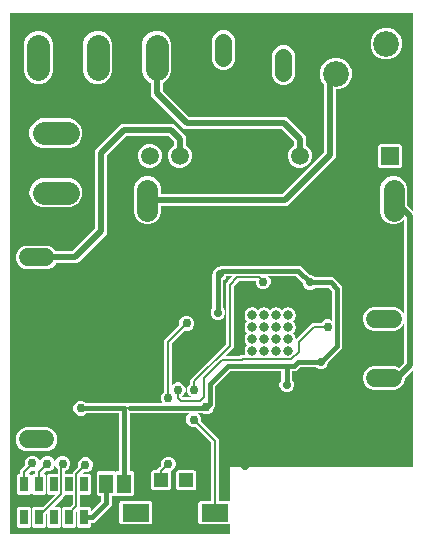
<source format=gbr>
G04 EAGLE Gerber RS-274X export*
G75*
%MOMM*%
%FSLAX34Y34*%
%LPD*%
%INTop Copper*%
%IPPOS*%
%AMOC8*
5,1,8,0,0,1.08239X$1,22.5*%
G01*
%ADD10C,1.508000*%
%ADD11R,1.508000X1.508000*%
%ADD12R,1.200000X1.200000*%
%ADD13C,1.508000*%
%ADD14C,1.981200*%
%ADD15C,2.184400*%
%ADD16C,0.808000*%
%ADD17R,1.168400X1.600200*%
%ADD18C,1.778000*%
%ADD19R,0.736600X1.270000*%
%ADD20R,2.300000X1.500000*%
%ADD21C,1.422400*%
%ADD22C,0.706400*%
%ADD23C,0.756400*%
%ADD24C,0.152400*%
%ADD25C,0.381000*%
%ADD26C,0.508000*%

G36*
X190499Y4292D02*
X190499Y4292D01*
X190498Y4294D01*
X190499Y4295D01*
X190499Y12427D01*
X190494Y12433D01*
X190494Y12442D01*
X190485Y12442D01*
X190478Y12451D01*
X190469Y12443D01*
X190457Y12444D01*
X190322Y12309D01*
X165218Y12309D01*
X163729Y13798D01*
X163729Y30902D01*
X165218Y32391D01*
X174443Y32391D01*
X174467Y32412D01*
X174466Y32414D01*
X174468Y32415D01*
X174469Y81708D01*
X174461Y81717D01*
X174462Y81725D01*
X161314Y94873D01*
X161296Y94874D01*
X161287Y94878D01*
X161024Y94769D01*
X158508Y94769D01*
X156184Y95732D01*
X154406Y97510D01*
X153443Y99834D01*
X153443Y102350D01*
X154406Y104674D01*
X155989Y106256D01*
X155989Y106265D01*
X155996Y106271D01*
X155990Y106277D01*
X155991Y106289D01*
X155979Y106289D01*
X155971Y106298D01*
X105542Y106298D01*
X105518Y106277D01*
X105519Y106275D01*
X105518Y106274D01*
X105516Y57326D01*
X105538Y57302D01*
X105539Y57303D01*
X105541Y57302D01*
X107964Y57302D01*
X109453Y55813D01*
X109453Y37707D01*
X107964Y36218D01*
X94176Y36218D01*
X93467Y36926D01*
X93435Y36928D01*
X93435Y36926D01*
X93433Y36926D01*
X92724Y36218D01*
X90302Y36218D01*
X90277Y36197D01*
X90279Y36195D01*
X90277Y36194D01*
X90277Y32316D01*
X90278Y32316D01*
X90278Y30410D01*
X90278Y28623D01*
X89040Y27385D01*
X87667Y26011D01*
X87666Y26011D01*
X76804Y15149D01*
X75502Y13846D01*
X73678Y13846D01*
X73038Y13846D01*
X73014Y13824D01*
X73015Y13823D01*
X73014Y13821D01*
X73014Y10888D01*
X71525Y9399D01*
X62055Y9399D01*
X60566Y10888D01*
X60566Y23324D01*
X60561Y23330D01*
X60561Y23339D01*
X60552Y23340D01*
X60545Y23348D01*
X60536Y23341D01*
X60524Y23341D01*
X60321Y23138D01*
X60320Y23126D01*
X60314Y23121D01*
X60314Y10888D01*
X58825Y9399D01*
X49355Y9399D01*
X47866Y10888D01*
X47866Y25692D01*
X49355Y27181D01*
X55012Y27181D01*
X55021Y27188D01*
X55029Y27188D01*
X57142Y29301D01*
X57143Y29313D01*
X57149Y29318D01*
X57149Y37315D01*
X57128Y37339D01*
X57126Y37338D01*
X57125Y37339D01*
X51079Y37339D01*
X51055Y37318D01*
X51056Y37316D01*
X51055Y37315D01*
X51055Y37004D01*
X49113Y35062D01*
X41274Y27223D01*
X41273Y27214D01*
X41267Y27208D01*
X41272Y27202D01*
X41272Y27190D01*
X41283Y27190D01*
X41291Y27181D01*
X46125Y27181D01*
X47614Y25692D01*
X47614Y10888D01*
X46125Y9399D01*
X36655Y9399D01*
X35166Y10888D01*
X35166Y21056D01*
X35161Y21062D01*
X35161Y21071D01*
X35152Y21072D01*
X35145Y21080D01*
X35136Y21073D01*
X35124Y21073D01*
X34921Y20870D01*
X34920Y20858D01*
X34914Y20853D01*
X34914Y10888D01*
X33425Y9399D01*
X23955Y9399D01*
X22466Y10888D01*
X22466Y25692D01*
X23955Y27181D01*
X31880Y27181D01*
X31889Y27188D01*
X31897Y27188D01*
X42006Y37297D01*
X42007Y37305D01*
X42009Y37307D01*
X42013Y37312D01*
X42008Y37318D01*
X42008Y37330D01*
X41997Y37330D01*
X41989Y37339D01*
X36655Y37339D01*
X35166Y38828D01*
X35166Y53632D01*
X36655Y55121D01*
X44425Y55121D01*
X44449Y55142D01*
X44448Y55144D01*
X44449Y55145D01*
X44449Y59121D01*
X44442Y59130D01*
X44442Y59138D01*
X43408Y60172D01*
X42445Y62496D01*
X42445Y65012D01*
X43408Y67336D01*
X45186Y69114D01*
X47510Y70077D01*
X50026Y70077D01*
X52350Y69114D01*
X54128Y67336D01*
X55091Y65012D01*
X55091Y62496D01*
X54128Y60172D01*
X52350Y58394D01*
X51070Y57864D01*
X51062Y57847D01*
X51055Y57841D01*
X51055Y55145D01*
X51076Y55121D01*
X51078Y55122D01*
X51079Y55121D01*
X57125Y55121D01*
X57149Y55142D01*
X57148Y55144D01*
X57149Y55145D01*
X57149Y56486D01*
X61853Y61190D01*
X61854Y61198D01*
X61855Y61199D01*
X61854Y61200D01*
X61854Y61208D01*
X61858Y61217D01*
X61749Y61480D01*
X61749Y63996D01*
X62712Y66320D01*
X64490Y68098D01*
X66814Y69061D01*
X69330Y69061D01*
X71654Y68098D01*
X73432Y66320D01*
X74395Y63996D01*
X74395Y61480D01*
X73432Y59156D01*
X71654Y57378D01*
X69330Y56415D01*
X66814Y56415D01*
X66551Y56524D01*
X66533Y56519D01*
X66524Y56519D01*
X65168Y55163D01*
X65167Y55154D01*
X65161Y55148D01*
X65166Y55142D01*
X65166Y55130D01*
X65177Y55130D01*
X65185Y55121D01*
X71525Y55121D01*
X73014Y53632D01*
X73014Y38828D01*
X71525Y37339D01*
X63779Y37339D01*
X63755Y37318D01*
X63756Y37316D01*
X63755Y37315D01*
X63755Y27205D01*
X63776Y27181D01*
X63778Y27182D01*
X63779Y27181D01*
X71525Y27181D01*
X73014Y25692D01*
X73014Y23992D01*
X73019Y23986D01*
X73019Y23977D01*
X73028Y23977D01*
X73035Y23968D01*
X73039Y23971D01*
X73042Y23971D01*
X73047Y23976D01*
X73056Y23975D01*
X81379Y32298D01*
X81380Y32310D01*
X81386Y32315D01*
X81386Y36194D01*
X81364Y36218D01*
X81362Y36217D01*
X81361Y36218D01*
X78936Y36218D01*
X77447Y37707D01*
X77447Y55813D01*
X78936Y57302D01*
X92724Y57302D01*
X93433Y56594D01*
X93444Y56593D01*
X93445Y56591D01*
X93455Y56591D01*
X93456Y56592D01*
X93465Y56592D01*
X93465Y56594D01*
X93467Y56594D01*
X94176Y57302D01*
X96600Y57302D01*
X96624Y57323D01*
X96623Y57325D01*
X96625Y57326D01*
X96626Y106274D01*
X96605Y106298D01*
X96603Y106297D01*
X96601Y106298D01*
X68768Y106298D01*
X68759Y106291D01*
X68751Y106291D01*
X67844Y105384D01*
X65520Y104421D01*
X63004Y104421D01*
X60680Y105384D01*
X58902Y107162D01*
X57939Y109486D01*
X57939Y112002D01*
X58902Y114326D01*
X60680Y116104D01*
X63004Y117067D01*
X65520Y117067D01*
X67844Y116104D01*
X68751Y115197D01*
X68762Y115196D01*
X68768Y115190D01*
X99220Y115190D01*
X100996Y115190D01*
X102914Y115190D01*
X103351Y114753D01*
X103383Y114751D01*
X103383Y114753D01*
X103385Y114753D01*
X103823Y115190D01*
X133139Y115190D01*
X133146Y115195D01*
X133154Y115195D01*
X133155Y115204D01*
X133164Y115211D01*
X133156Y115220D01*
X133157Y115232D01*
X132816Y115572D01*
X131853Y117896D01*
X131853Y120412D01*
X132816Y122736D01*
X134594Y124514D01*
X134858Y124623D01*
X134866Y124640D01*
X134873Y124646D01*
X134873Y168500D01*
X147451Y181078D01*
X147452Y181096D01*
X147456Y181105D01*
X147347Y181368D01*
X147347Y183884D01*
X148310Y186208D01*
X150088Y187986D01*
X152412Y188949D01*
X154928Y188949D01*
X157252Y187986D01*
X159030Y186208D01*
X159993Y183884D01*
X159993Y181368D01*
X159030Y179044D01*
X157252Y177266D01*
X154928Y176303D01*
X152412Y176303D01*
X152149Y176412D01*
X152131Y176407D01*
X152122Y176407D01*
X141486Y165771D01*
X141485Y165759D01*
X141479Y165754D01*
X141479Y130160D01*
X141484Y130153D01*
X141484Y130145D01*
X141493Y130144D01*
X141500Y130135D01*
X141506Y130141D01*
X141509Y130141D01*
X141511Y130143D01*
X141521Y130142D01*
X142976Y131598D01*
X145300Y132561D01*
X147816Y132561D01*
X150140Y131598D01*
X151918Y129820D01*
X152881Y127496D01*
X152881Y124980D01*
X151918Y122656D01*
X150140Y120878D01*
X149876Y120769D01*
X149869Y120755D01*
X149863Y120750D01*
X149864Y120749D01*
X149861Y120746D01*
X149861Y120504D01*
X149868Y120495D01*
X149868Y120487D01*
X150205Y120150D01*
X150217Y120149D01*
X150222Y120143D01*
X158089Y120143D01*
X158099Y120151D01*
X158111Y120155D01*
X158109Y120160D01*
X158114Y120164D01*
X158104Y120176D01*
X158099Y120190D01*
X156438Y120878D01*
X154660Y122656D01*
X153697Y124980D01*
X153697Y127496D01*
X154660Y129820D01*
X156438Y131598D01*
X156702Y131707D01*
X156710Y131724D01*
X156717Y131730D01*
X156717Y134972D01*
X186936Y165191D01*
X186937Y165199D01*
X186937Y165203D01*
X186943Y165208D01*
X186943Y216760D01*
X188885Y218702D01*
X192517Y222334D01*
X192518Y222343D01*
X192524Y222349D01*
X192519Y222355D01*
X192519Y222367D01*
X192508Y222367D01*
X192500Y222376D01*
X187471Y222376D01*
X187457Y222364D01*
X187448Y222361D01*
X186924Y221096D01*
X185216Y219388D01*
X184539Y219107D01*
X184531Y219091D01*
X184524Y219085D01*
X184524Y195923D01*
X184531Y195914D01*
X184531Y195905D01*
X185226Y195210D01*
X186151Y192978D01*
X186151Y190562D01*
X185226Y188330D01*
X183518Y186622D01*
X181286Y185697D01*
X178870Y185697D01*
X176638Y186622D01*
X174930Y188330D01*
X174005Y190562D01*
X174005Y192978D01*
X174930Y195210D01*
X175625Y195905D01*
X175626Y195915D01*
X175632Y195921D01*
X175631Y195922D01*
X175632Y195923D01*
X175632Y224679D01*
X175696Y224743D01*
X175697Y224755D01*
X175703Y224761D01*
X175703Y225744D01*
X176628Y227976D01*
X178336Y229684D01*
X180568Y230609D01*
X181551Y230609D01*
X181560Y230616D01*
X181569Y230616D01*
X182221Y231268D01*
X250283Y231268D01*
X258271Y223280D01*
X258283Y223279D01*
X258289Y223273D01*
X259272Y223273D01*
X261504Y222348D01*
X262199Y221653D01*
X262211Y221652D01*
X262217Y221646D01*
X277909Y221646D01*
X285624Y213931D01*
X285624Y161715D01*
X283012Y159103D01*
X273796Y149887D01*
X273795Y149875D01*
X273789Y149869D01*
X273789Y148886D01*
X272864Y146654D01*
X271156Y144946D01*
X268924Y144021D01*
X266508Y144021D01*
X264276Y144946D01*
X263561Y145661D01*
X263549Y145662D01*
X263543Y145668D01*
X249756Y145668D01*
X249747Y145661D01*
X249738Y145661D01*
X246443Y142366D01*
X242850Y142366D01*
X242825Y142345D01*
X242827Y142343D01*
X242825Y142342D01*
X242825Y134782D01*
X242833Y134773D01*
X242832Y134764D01*
X243527Y134069D01*
X244452Y131837D01*
X244452Y129421D01*
X243527Y127189D01*
X241819Y125481D01*
X239587Y124556D01*
X237171Y124556D01*
X234939Y125481D01*
X233231Y127189D01*
X232306Y129421D01*
X232306Y131837D01*
X233231Y134069D01*
X233926Y134764D01*
X233927Y134772D01*
X233928Y134773D01*
X233927Y134774D01*
X233927Y134776D01*
X233933Y134782D01*
X233933Y142342D01*
X233912Y142366D01*
X233910Y142365D01*
X233909Y142366D01*
X190574Y142366D01*
X190565Y142359D01*
X190556Y142359D01*
X177953Y129756D01*
X177952Y129744D01*
X177946Y129738D01*
X177946Y112713D01*
X176782Y111549D01*
X176781Y111537D01*
X176775Y111531D01*
X176775Y110502D01*
X175812Y108178D01*
X174034Y106400D01*
X171710Y105437D01*
X169194Y105437D01*
X167120Y106296D01*
X167114Y106294D01*
X167111Y106298D01*
X163561Y106298D01*
X163554Y106293D01*
X163546Y106293D01*
X163545Y106284D01*
X163536Y106277D01*
X163544Y106268D01*
X163543Y106256D01*
X165126Y104674D01*
X166089Y102350D01*
X166089Y99834D01*
X165980Y99571D01*
X165985Y99553D01*
X165985Y99544D01*
X179133Y86396D01*
X179907Y85622D01*
X181075Y84454D01*
X181075Y83512D01*
X181075Y81708D01*
X181073Y32415D01*
X181095Y32391D01*
X181096Y32392D01*
X181098Y32391D01*
X190322Y32391D01*
X190457Y32256D01*
X190466Y32255D01*
X190472Y32249D01*
X190478Y32255D01*
X190490Y32254D01*
X190490Y32266D01*
X190499Y32273D01*
X190499Y61000D01*
X190500Y61001D01*
X345705Y61001D01*
X345729Y61022D01*
X345728Y61024D01*
X345729Y61025D01*
X345729Y142993D01*
X345724Y142999D01*
X345724Y143008D01*
X345715Y143008D01*
X345708Y143017D01*
X345701Y143011D01*
X345699Y143011D01*
X345697Y143009D01*
X345687Y143010D01*
X338318Y135641D01*
X338317Y135629D01*
X338311Y135623D01*
X338311Y134375D01*
X336776Y130670D01*
X333940Y127834D01*
X330235Y126299D01*
X311145Y126299D01*
X307440Y127834D01*
X304604Y130670D01*
X303069Y134375D01*
X303069Y138385D01*
X304604Y142090D01*
X307440Y144926D01*
X311145Y146461D01*
X330235Y146461D01*
X333425Y145140D01*
X333442Y145145D01*
X333452Y145145D01*
X337558Y149251D01*
X337559Y149263D01*
X337565Y149269D01*
X337565Y182451D01*
X337557Y182461D01*
X337553Y182473D01*
X337548Y182471D01*
X337544Y182476D01*
X337532Y182466D01*
X337518Y182461D01*
X336776Y180670D01*
X333940Y177834D01*
X330235Y176299D01*
X311145Y176299D01*
X307440Y177834D01*
X304604Y180670D01*
X303069Y184375D01*
X303069Y188385D01*
X304604Y192090D01*
X307440Y194926D01*
X311145Y196461D01*
X330235Y196461D01*
X333940Y194926D01*
X336776Y192090D01*
X337518Y190299D01*
X337529Y190294D01*
X337538Y190284D01*
X337541Y190288D01*
X337547Y190285D01*
X337554Y190299D01*
X337565Y190309D01*
X337565Y270070D01*
X337560Y270077D01*
X337560Y270085D01*
X337551Y270086D01*
X337544Y270095D01*
X337538Y270090D01*
X337535Y270090D01*
X337532Y270087D01*
X337523Y270088D01*
X335615Y268179D01*
X331414Y266439D01*
X326866Y266439D01*
X322665Y268179D01*
X319449Y271395D01*
X317709Y275596D01*
X317709Y297924D01*
X319449Y302125D01*
X322665Y305341D01*
X326866Y307081D01*
X331414Y307081D01*
X335615Y305341D01*
X338831Y302125D01*
X340571Y297924D01*
X340571Y282528D01*
X340578Y282519D01*
X340578Y282511D01*
X344743Y278348D01*
X345687Y277404D01*
X345696Y277404D01*
X345702Y277397D01*
X345708Y277403D01*
X345720Y277402D01*
X345720Y277414D01*
X345729Y277421D01*
X345729Y445705D01*
X345708Y445729D01*
X345706Y445728D01*
X345705Y445729D01*
X4295Y445729D01*
X4271Y445708D01*
X4272Y445706D01*
X4271Y445705D01*
X4271Y4295D01*
X4292Y4271D01*
X4294Y4272D01*
X4295Y4271D01*
X190475Y4271D01*
X190499Y4292D01*
G37*
G36*
X198910Y155075D02*
X198910Y155075D01*
X198918Y155075D01*
X199304Y155461D01*
X204148Y155461D01*
X204153Y155465D01*
X204159Y155463D01*
X204162Y155473D01*
X204173Y155482D01*
X204171Y155484D01*
X204166Y155490D01*
X204169Y155499D01*
X203578Y156383D01*
X203082Y157580D01*
X202829Y158852D01*
X202829Y159450D01*
X209384Y159450D01*
X209409Y159472D01*
X209407Y159473D01*
X209409Y159475D01*
X209409Y159501D01*
X209411Y159501D01*
X209411Y159475D01*
X209432Y159450D01*
X209434Y159452D01*
X209436Y159450D01*
X219384Y159450D01*
X219409Y159472D01*
X219407Y159473D01*
X219409Y159475D01*
X219409Y159501D01*
X219411Y159501D01*
X219411Y159475D01*
X219432Y159450D01*
X219434Y159452D01*
X219436Y159450D01*
X229384Y159450D01*
X229409Y159472D01*
X229407Y159473D01*
X229409Y159475D01*
X229409Y159501D01*
X229411Y159501D01*
X229411Y159475D01*
X229432Y159450D01*
X229434Y159452D01*
X229436Y159450D01*
X239384Y159450D01*
X239409Y159472D01*
X239407Y159473D01*
X239409Y159475D01*
X239409Y159501D01*
X239435Y159501D01*
X239460Y159522D01*
X239458Y159524D01*
X239460Y159526D01*
X239460Y169450D01*
X245991Y169450D01*
X245991Y168933D01*
X245996Y168927D01*
X245996Y168918D01*
X246005Y168917D01*
X246012Y168909D01*
X246021Y168916D01*
X246033Y168916D01*
X258056Y180939D01*
X259998Y182881D01*
X267558Y182881D01*
X267572Y182893D01*
X267581Y182896D01*
X267690Y183160D01*
X269468Y184938D01*
X271792Y185901D01*
X274308Y185901D01*
X276632Y184938D01*
X276690Y184879D01*
X276699Y184879D01*
X276705Y184872D01*
X276711Y184878D01*
X276723Y184877D01*
X276723Y184889D01*
X276732Y184897D01*
X276732Y210238D01*
X276725Y210247D01*
X276725Y210256D01*
X274234Y212747D01*
X274222Y212748D01*
X274216Y212754D01*
X262217Y212754D01*
X262208Y212747D01*
X262199Y212747D01*
X261504Y212052D01*
X259272Y211127D01*
X256856Y211127D01*
X254624Y212052D01*
X252916Y213760D01*
X251991Y215992D01*
X251991Y216975D01*
X251984Y216984D01*
X251984Y216993D01*
X246608Y222369D01*
X246596Y222370D01*
X246590Y222376D01*
X222997Y222376D01*
X222990Y222371D01*
X222982Y222371D01*
X222981Y222362D01*
X222972Y222355D01*
X222980Y222346D01*
X222979Y222334D01*
X223800Y221514D01*
X224763Y219190D01*
X224763Y216674D01*
X223800Y214350D01*
X222022Y212572D01*
X219698Y211609D01*
X217182Y211609D01*
X214858Y212572D01*
X213080Y214350D01*
X212117Y216674D01*
X212117Y218415D01*
X212096Y218439D01*
X212094Y218438D01*
X212093Y218439D01*
X197974Y218439D01*
X197965Y218432D01*
X197957Y218432D01*
X193556Y214031D01*
X193555Y214019D01*
X193549Y214014D01*
X193549Y162462D01*
X186197Y155110D01*
X186196Y155101D01*
X186190Y155096D01*
X186190Y155095D01*
X186195Y155089D01*
X186195Y155077D01*
X186206Y155077D01*
X186214Y155068D01*
X198901Y155068D01*
X198910Y155075D01*
G37*
%LPC*%
G36*
X118266Y266439D02*
X118266Y266439D01*
X114065Y268179D01*
X110849Y271395D01*
X109109Y275596D01*
X109109Y297924D01*
X110849Y302125D01*
X114065Y305341D01*
X118266Y307081D01*
X122814Y307081D01*
X127015Y305341D01*
X130231Y302125D01*
X131971Y297924D01*
X131971Y291866D01*
X131992Y291841D01*
X131994Y291843D01*
X131995Y291841D01*
X234865Y291845D01*
X234874Y291852D01*
X234883Y291852D01*
X270248Y327217D01*
X270249Y327229D01*
X270255Y327235D01*
X270255Y384948D01*
X270248Y384957D01*
X270248Y384966D01*
X268760Y386454D01*
X266710Y391402D01*
X266710Y396758D01*
X268760Y401706D01*
X272547Y405493D01*
X277495Y407543D01*
X282851Y407543D01*
X287799Y405493D01*
X291586Y401706D01*
X293636Y396758D01*
X293636Y391402D01*
X291586Y386454D01*
X287799Y382667D01*
X282851Y380617D01*
X280441Y380617D01*
X280417Y380596D01*
X280418Y380594D01*
X280417Y380593D01*
X280417Y323015D01*
X240562Y283161D01*
X239085Y281683D01*
X237248Y281683D01*
X131995Y281680D01*
X131971Y281658D01*
X131972Y281657D01*
X131971Y281657D01*
X131972Y281656D01*
X131971Y281655D01*
X131971Y275596D01*
X130231Y271395D01*
X127015Y268179D01*
X122814Y266439D01*
X118266Y266439D01*
G37*
%LPD*%
%LPC*%
G36*
X17145Y228299D02*
X17145Y228299D01*
X13440Y229834D01*
X10604Y232670D01*
X9069Y236375D01*
X9069Y240385D01*
X10604Y244090D01*
X13440Y246926D01*
X17145Y248461D01*
X36235Y248461D01*
X39940Y246926D01*
X42776Y244090D01*
X43031Y243474D01*
X43048Y243466D01*
X43054Y243459D01*
X56938Y243457D01*
X56946Y243465D01*
X56955Y243464D01*
X76192Y262701D01*
X76193Y262710D01*
X76198Y262714D01*
X76196Y262716D01*
X76199Y262719D01*
X76199Y329257D01*
X98479Y351537D01*
X142567Y351537D01*
X152941Y341163D01*
X152941Y333293D01*
X152953Y333279D01*
X152956Y333270D01*
X153570Y333016D01*
X156406Y330180D01*
X157941Y326475D01*
X157941Y322465D01*
X156406Y318760D01*
X153570Y315924D01*
X149865Y314389D01*
X145855Y314389D01*
X142150Y315924D01*
X139314Y318760D01*
X137779Y322465D01*
X137779Y326475D01*
X139314Y330180D01*
X142150Y333016D01*
X142764Y333270D01*
X142772Y333287D01*
X142779Y333293D01*
X142779Y336943D01*
X142772Y336952D01*
X142772Y336961D01*
X138365Y341368D01*
X138354Y341369D01*
X138352Y341371D01*
X138351Y341371D01*
X138347Y341375D01*
X102699Y341375D01*
X102690Y341368D01*
X102681Y341368D01*
X86368Y325055D01*
X86367Y325043D01*
X86361Y325037D01*
X86361Y258499D01*
X64140Y236278D01*
X62651Y234790D01*
X61156Y233295D01*
X59144Y233295D01*
X56937Y233295D01*
X56937Y233296D01*
X43052Y233297D01*
X43039Y233285D01*
X43030Y233282D01*
X42776Y232670D01*
X39940Y229834D01*
X36235Y228299D01*
X17145Y228299D01*
G37*
%LPD*%
%LPC*%
G36*
X247455Y314389D02*
X247455Y314389D01*
X243750Y315924D01*
X240914Y318760D01*
X239379Y322465D01*
X239379Y326475D01*
X240914Y330180D01*
X243750Y333016D01*
X244364Y333270D01*
X244372Y333287D01*
X244379Y333293D01*
X244379Y336689D01*
X244372Y336698D01*
X244372Y336707D01*
X233869Y347210D01*
X233857Y347211D01*
X233854Y347215D01*
X233851Y347217D01*
X151565Y347217D01*
X124785Y373998D01*
X123309Y375473D01*
X123309Y377395D01*
X123309Y386479D01*
X123297Y386493D01*
X123293Y386502D01*
X121337Y387312D01*
X117836Y390813D01*
X115941Y395388D01*
X115941Y420152D01*
X117836Y424727D01*
X121337Y428228D01*
X125912Y430123D01*
X130864Y430123D01*
X135439Y428228D01*
X138940Y424727D01*
X140835Y420152D01*
X140835Y395388D01*
X138940Y390813D01*
X135439Y387312D01*
X133485Y386503D01*
X133477Y386487D01*
X133470Y386480D01*
X133471Y379693D01*
X133478Y379684D01*
X133478Y379675D01*
X155767Y357386D01*
X155779Y357385D01*
X155785Y357379D01*
X238071Y357379D01*
X254541Y340909D01*
X254541Y333293D01*
X254553Y333279D01*
X254556Y333270D01*
X255170Y333016D01*
X258006Y330180D01*
X259541Y326475D01*
X259541Y322465D01*
X258006Y318760D01*
X255170Y315924D01*
X251465Y314389D01*
X247455Y314389D01*
G37*
%LPD*%
%LPC*%
G36*
X25836Y385417D02*
X25836Y385417D01*
X21261Y387312D01*
X17760Y390813D01*
X15865Y395388D01*
X15865Y420152D01*
X17760Y424727D01*
X21261Y428228D01*
X25836Y430123D01*
X30788Y430123D01*
X35363Y428228D01*
X38864Y424727D01*
X40759Y420152D01*
X40759Y395388D01*
X38864Y390813D01*
X35363Y387312D01*
X30788Y385417D01*
X25836Y385417D01*
G37*
%LPD*%
%LPC*%
G36*
X75874Y385417D02*
X75874Y385417D01*
X71299Y387312D01*
X67798Y390813D01*
X65903Y395388D01*
X65903Y420152D01*
X67798Y424727D01*
X71299Y428228D01*
X75874Y430123D01*
X80826Y430123D01*
X85401Y428228D01*
X88902Y424727D01*
X90797Y420152D01*
X90797Y395388D01*
X88902Y390813D01*
X85401Y387312D01*
X80826Y385417D01*
X75874Y385417D01*
G37*
%LPD*%
%LPC*%
G36*
X30648Y331149D02*
X30648Y331149D01*
X26073Y333044D01*
X22572Y336545D01*
X20677Y341120D01*
X20677Y346072D01*
X22572Y350647D01*
X26073Y354148D01*
X30648Y356043D01*
X55412Y356043D01*
X59987Y354148D01*
X63488Y350647D01*
X65383Y346072D01*
X65383Y341120D01*
X63488Y336545D01*
X59987Y333044D01*
X55412Y331149D01*
X30648Y331149D01*
G37*
%LPD*%
%LPC*%
G36*
X11255Y37339D02*
X11255Y37339D01*
X9766Y38828D01*
X9766Y53632D01*
X11255Y55121D01*
X12661Y55121D01*
X12685Y55142D01*
X12684Y55144D01*
X12686Y55145D01*
X12686Y55249D01*
X12685Y55250D01*
X12685Y56694D01*
X12685Y57996D01*
X13693Y59004D01*
X14627Y59938D01*
X17044Y62355D01*
X17045Y62373D01*
X17049Y62382D01*
X16791Y63004D01*
X16791Y65520D01*
X17754Y67844D01*
X19532Y69622D01*
X21856Y70585D01*
X24372Y70585D01*
X26696Y69622D01*
X28474Y67844D01*
X29437Y65520D01*
X29437Y65038D01*
X29445Y65028D01*
X29449Y65016D01*
X29454Y65018D01*
X29458Y65013D01*
X29470Y65023D01*
X29484Y65028D01*
X30440Y67336D01*
X32218Y69114D01*
X34542Y70077D01*
X37058Y70077D01*
X39382Y69114D01*
X41160Y67336D01*
X42123Y65012D01*
X42123Y62496D01*
X41160Y60172D01*
X39382Y58394D01*
X37058Y57431D01*
X34542Y57431D01*
X34279Y57540D01*
X34261Y57535D01*
X34252Y57535D01*
X31998Y55281D01*
X31997Y55270D01*
X31991Y55264D01*
X31991Y55145D01*
X32013Y55121D01*
X32014Y55122D01*
X32016Y55121D01*
X33425Y55121D01*
X34914Y53632D01*
X34914Y38828D01*
X33425Y37339D01*
X23955Y37339D01*
X22466Y38828D01*
X22466Y53632D01*
X23955Y55121D01*
X25361Y55121D01*
X25385Y55142D01*
X25384Y55144D01*
X25386Y55145D01*
X25386Y55263D01*
X25385Y55264D01*
X25385Y56704D01*
X25385Y58010D01*
X25894Y58518D01*
X25894Y58531D01*
X25900Y58542D01*
X25895Y58545D01*
X25896Y58551D01*
X25880Y58552D01*
X25867Y58559D01*
X24372Y57939D01*
X21980Y57939D01*
X21971Y57932D01*
X21963Y57932D01*
X19298Y55267D01*
X19297Y55256D01*
X19291Y55250D01*
X19291Y55145D01*
X19313Y55121D01*
X19314Y55122D01*
X19316Y55121D01*
X20725Y55121D01*
X22214Y53632D01*
X22214Y38828D01*
X20725Y37339D01*
X11255Y37339D01*
G37*
%LPD*%
%LPC*%
G36*
X320269Y406017D02*
X320269Y406017D01*
X315321Y408067D01*
X311534Y411854D01*
X309484Y416802D01*
X309484Y422158D01*
X311534Y427106D01*
X315321Y430893D01*
X320269Y432943D01*
X325625Y432943D01*
X330573Y430893D01*
X334360Y427106D01*
X336410Y422158D01*
X336410Y416802D01*
X334360Y411854D01*
X330573Y408067D01*
X325625Y406017D01*
X320269Y406017D01*
G37*
%LPD*%
%LPC*%
G36*
X182992Y397255D02*
X182992Y397255D01*
X179444Y398725D01*
X176729Y401440D01*
X175259Y404988D01*
X175259Y423052D01*
X176729Y426600D01*
X179444Y429315D01*
X182992Y430785D01*
X186832Y430785D01*
X190380Y429315D01*
X193095Y426600D01*
X194565Y423052D01*
X194565Y404988D01*
X193095Y401440D01*
X190380Y398725D01*
X186832Y397255D01*
X182992Y397255D01*
G37*
%LPD*%
%LPC*%
G36*
X233792Y384555D02*
X233792Y384555D01*
X230244Y386025D01*
X227529Y388740D01*
X226059Y392288D01*
X226059Y410352D01*
X227529Y413900D01*
X230244Y416615D01*
X233792Y418085D01*
X237632Y418085D01*
X241180Y416615D01*
X243895Y413900D01*
X245365Y410352D01*
X245365Y392288D01*
X243895Y388740D01*
X241180Y386025D01*
X237632Y384555D01*
X233792Y384555D01*
G37*
%LPD*%
%LPC*%
G36*
X125308Y41389D02*
X125308Y41389D01*
X123819Y42878D01*
X123819Y56982D01*
X125308Y58471D01*
X129033Y58471D01*
X129057Y58492D01*
X129056Y58494D01*
X129057Y58495D01*
X129057Y58920D01*
X130999Y60862D01*
X131996Y61859D01*
X131997Y61877D01*
X132001Y61885D01*
X131853Y62242D01*
X131853Y64758D01*
X132816Y67082D01*
X134594Y68860D01*
X136918Y69823D01*
X139434Y69823D01*
X141758Y68860D01*
X143536Y67082D01*
X144499Y64758D01*
X144499Y62242D01*
X143536Y59918D01*
X141758Y58140D01*
X140367Y57564D01*
X140366Y57560D01*
X140362Y57561D01*
X140361Y57551D01*
X140353Y57535D01*
X140360Y57531D01*
X140359Y57524D01*
X140901Y56982D01*
X140901Y42878D01*
X139412Y41389D01*
X125308Y41389D01*
G37*
%LPD*%
%LPC*%
G36*
X317068Y314389D02*
X317068Y314389D01*
X315579Y315878D01*
X315579Y333062D01*
X317068Y334551D01*
X334252Y334551D01*
X335741Y333062D01*
X335741Y315878D01*
X334252Y314389D01*
X317068Y314389D01*
G37*
%LPD*%
%LPC*%
G36*
X120455Y314389D02*
X120455Y314389D01*
X116750Y315924D01*
X113914Y318760D01*
X112379Y322465D01*
X112379Y326475D01*
X113914Y330180D01*
X116750Y333016D01*
X120455Y334551D01*
X124465Y334551D01*
X128170Y333016D01*
X131006Y330180D01*
X132541Y326475D01*
X132541Y322465D01*
X131006Y318760D01*
X128170Y315924D01*
X124465Y314389D01*
X120455Y314389D01*
G37*
%LPD*%
%LPC*%
G36*
X43080Y293354D02*
X43080Y293354D01*
X43080Y305751D01*
X53916Y305751D01*
X55851Y305444D01*
X57714Y304839D01*
X59460Y303949D01*
X61044Y302798D01*
X62430Y301412D01*
X63581Y299828D01*
X64471Y298082D01*
X65076Y296219D01*
X65383Y294284D01*
X65383Y293354D01*
X43080Y293354D01*
G37*
%LPD*%
%LPC*%
G36*
X20677Y293354D02*
X20677Y293354D01*
X20677Y294284D01*
X20680Y294299D01*
X20684Y294324D01*
X20688Y294348D01*
X20691Y294373D01*
X20695Y294398D01*
X20699Y294422D01*
X20703Y294447D01*
X20707Y294472D01*
X20711Y294496D01*
X20715Y294521D01*
X20719Y294546D01*
X20723Y294570D01*
X20727Y294595D01*
X20730Y294620D01*
X20731Y294620D01*
X20730Y294620D01*
X20773Y294891D01*
X20777Y294915D01*
X20777Y294916D01*
X20781Y294940D01*
X20785Y294965D01*
X20789Y294989D01*
X20789Y294990D01*
X20793Y295014D01*
X20797Y295039D01*
X20801Y295063D01*
X20805Y295088D01*
X20809Y295113D01*
X20812Y295137D01*
X20813Y295137D01*
X20812Y295137D01*
X20816Y295162D01*
X20820Y295187D01*
X20824Y295211D01*
X20828Y295236D01*
X20832Y295261D01*
X20836Y295285D01*
X20840Y295310D01*
X20844Y295335D01*
X20848Y295359D01*
X20852Y295384D01*
X20855Y295409D01*
X20859Y295433D01*
X20863Y295458D01*
X20906Y295729D01*
X20910Y295754D01*
X20914Y295778D01*
X20914Y295779D01*
X20918Y295803D01*
X20922Y295828D01*
X20926Y295852D01*
X20930Y295877D01*
X20934Y295902D01*
X20937Y295926D01*
X20941Y295951D01*
X20945Y295976D01*
X20949Y296000D01*
X20953Y296025D01*
X20957Y296050D01*
X20961Y296074D01*
X20965Y296099D01*
X20969Y296124D01*
X20973Y296148D01*
X20977Y296173D01*
X20980Y296198D01*
X20984Y296219D01*
X21589Y298082D01*
X22479Y299828D01*
X23630Y301412D01*
X25016Y302798D01*
X26600Y303949D01*
X28346Y304839D01*
X30209Y305444D01*
X32144Y305751D01*
X42980Y305751D01*
X42980Y293354D01*
X20677Y293354D01*
G37*
%LPD*%
%LPC*%
G36*
X43080Y280857D02*
X43080Y280857D01*
X43080Y293254D01*
X65383Y293254D01*
X65383Y292324D01*
X65380Y292308D01*
X65376Y292284D01*
X65376Y292283D01*
X65372Y292259D01*
X65368Y292234D01*
X65365Y292210D01*
X65365Y292209D01*
X65361Y292185D01*
X65357Y292160D01*
X65353Y292136D01*
X65310Y291864D01*
X65306Y291840D01*
X65302Y291815D01*
X65298Y291790D01*
X65294Y291766D01*
X65290Y291741D01*
X65286Y291716D01*
X65283Y291692D01*
X65279Y291667D01*
X65275Y291642D01*
X65271Y291618D01*
X65267Y291593D01*
X65263Y291568D01*
X65259Y291544D01*
X65255Y291519D01*
X65251Y291495D01*
X65251Y291494D01*
X65247Y291470D01*
X65243Y291445D01*
X65240Y291421D01*
X65240Y291420D01*
X65236Y291396D01*
X65232Y291371D01*
X65228Y291347D01*
X65224Y291322D01*
X65181Y291051D01*
X65177Y291026D01*
X65173Y291001D01*
X65169Y290977D01*
X65165Y290952D01*
X65161Y290927D01*
X65158Y290903D01*
X65154Y290878D01*
X65150Y290853D01*
X65146Y290829D01*
X65142Y290804D01*
X65138Y290779D01*
X65134Y290755D01*
X65130Y290730D01*
X65126Y290706D01*
X65126Y290705D01*
X65122Y290681D01*
X65119Y290656D01*
X65118Y290656D01*
X65119Y290656D01*
X65115Y290632D01*
X65115Y290631D01*
X65111Y290607D01*
X65107Y290582D01*
X65103Y290558D01*
X65099Y290533D01*
X65095Y290508D01*
X65076Y290389D01*
X64471Y288526D01*
X63581Y286780D01*
X62430Y285196D01*
X61044Y283810D01*
X59460Y282659D01*
X57714Y281769D01*
X55851Y281164D01*
X53916Y280857D01*
X43080Y280857D01*
G37*
%LPD*%
%LPC*%
G36*
X32144Y280857D02*
X32144Y280857D01*
X30209Y281164D01*
X28346Y281769D01*
X26600Y282659D01*
X25016Y283810D01*
X23630Y285196D01*
X22479Y286780D01*
X21589Y288526D01*
X20984Y290389D01*
X20677Y292324D01*
X20677Y293254D01*
X42980Y293254D01*
X42980Y280857D01*
X32144Y280857D01*
G37*
%LPD*%
%LPC*%
G36*
X26740Y84430D02*
X26740Y84430D01*
X26740Y94461D01*
X35223Y94461D01*
X37170Y94073D01*
X39005Y93313D01*
X40656Y92210D01*
X42060Y90806D01*
X43163Y89155D01*
X43923Y87320D01*
X44311Y85373D01*
X44311Y84430D01*
X26740Y84430D01*
G37*
%LPD*%
%LPC*%
G36*
X9069Y84430D02*
X9069Y84430D01*
X9069Y85373D01*
X9457Y87320D01*
X10217Y89155D01*
X11320Y90806D01*
X12724Y92210D01*
X14375Y93313D01*
X16210Y94073D01*
X18157Y94461D01*
X26640Y94461D01*
X26640Y84430D01*
X9069Y84430D01*
G37*
%LPD*%
%LPC*%
G36*
X26740Y74299D02*
X26740Y74299D01*
X26740Y84330D01*
X44311Y84330D01*
X44311Y83387D01*
X43923Y81440D01*
X43163Y79605D01*
X42060Y77954D01*
X40656Y76550D01*
X39005Y75447D01*
X37170Y74687D01*
X35223Y74299D01*
X26740Y74299D01*
G37*
%LPD*%
%LPC*%
G36*
X18157Y74299D02*
X18157Y74299D01*
X16210Y74687D01*
X14375Y75447D01*
X12724Y76550D01*
X11320Y77954D01*
X10217Y79605D01*
X9457Y81440D01*
X9069Y83387D01*
X9069Y84330D01*
X26640Y84330D01*
X26640Y74299D01*
X18157Y74299D01*
G37*
%LPD*%
%LPC*%
G36*
X110820Y22400D02*
X110820Y22400D01*
X110820Y32391D01*
X122605Y32391D01*
X123251Y32218D01*
X123830Y31883D01*
X124303Y31410D01*
X124638Y30831D01*
X124811Y30185D01*
X124811Y22400D01*
X110820Y22400D01*
G37*
%LPD*%
%LPC*%
G36*
X96729Y22400D02*
X96729Y22400D01*
X96729Y30185D01*
X96902Y30831D01*
X97237Y31410D01*
X97710Y31883D01*
X98289Y32218D01*
X98935Y32391D01*
X110720Y32391D01*
X110720Y22400D01*
X96729Y22400D01*
G37*
%LPD*%
%LPC*%
G36*
X110820Y12309D02*
X110820Y12309D01*
X110820Y22300D01*
X124811Y22300D01*
X124811Y14515D01*
X124638Y13869D01*
X124303Y13290D01*
X123830Y12817D01*
X123251Y12482D01*
X122605Y12309D01*
X110820Y12309D01*
G37*
%LPD*%
%LPC*%
G36*
X98935Y12309D02*
X98935Y12309D01*
X98289Y12482D01*
X97710Y12817D01*
X97237Y13290D01*
X96902Y13869D01*
X96729Y14515D01*
X96729Y22300D01*
X110720Y22300D01*
X110720Y12309D01*
X98935Y12309D01*
G37*
%LPD*%
%LPC*%
G36*
X229460Y179550D02*
X229460Y179550D01*
X229460Y189450D01*
X239360Y189450D01*
X239360Y179550D01*
X229460Y179550D01*
G37*
%LPD*%
%LPC*%
G36*
X219460Y169550D02*
X219460Y169550D01*
X219460Y179450D01*
X229360Y179450D01*
X229360Y169550D01*
X219460Y169550D01*
G37*
%LPD*%
%LPC*%
G36*
X209460Y169550D02*
X209460Y169550D01*
X209460Y179450D01*
X219360Y179450D01*
X219360Y169550D01*
X209460Y169550D01*
G37*
%LPD*%
%LPC*%
G36*
X229460Y169550D02*
X229460Y169550D01*
X229460Y179450D01*
X239360Y179450D01*
X239360Y169550D01*
X229460Y169550D01*
G37*
%LPD*%
%LPC*%
G36*
X209460Y179550D02*
X209460Y179550D01*
X209460Y189450D01*
X219360Y189450D01*
X219360Y179550D01*
X209460Y179550D01*
G37*
%LPD*%
%LPC*%
G36*
X219460Y159550D02*
X219460Y159550D01*
X219460Y169450D01*
X229360Y169450D01*
X229360Y159550D01*
X219460Y159550D01*
G37*
%LPD*%
%LPC*%
G36*
X219460Y179550D02*
X219460Y179550D01*
X219460Y189450D01*
X229360Y189450D01*
X229360Y179550D01*
X219460Y179550D01*
G37*
%LPD*%
%LPC*%
G36*
X229460Y159550D02*
X229460Y159550D01*
X229460Y169450D01*
X239360Y169450D01*
X239360Y159550D01*
X229460Y159550D01*
G37*
%LPD*%
%LPC*%
G36*
X209460Y159550D02*
X209460Y159550D01*
X209460Y169450D01*
X219360Y169450D01*
X219360Y159550D01*
X209460Y159550D01*
G37*
%LPD*%
%LPC*%
G36*
X153410Y49980D02*
X153410Y49980D01*
X153410Y58471D01*
X159695Y58471D01*
X160341Y58298D01*
X160920Y57963D01*
X161393Y57490D01*
X161728Y56911D01*
X161901Y56265D01*
X161901Y49980D01*
X153410Y49980D01*
G37*
%LPD*%
%LPC*%
G36*
X144819Y49980D02*
X144819Y49980D01*
X144819Y56265D01*
X144992Y56911D01*
X145327Y57490D01*
X145800Y57963D01*
X146379Y58298D01*
X147025Y58471D01*
X153310Y58471D01*
X153310Y49980D01*
X144819Y49980D01*
G37*
%LPD*%
%LPC*%
G36*
X153410Y41389D02*
X153410Y41389D01*
X153410Y49880D01*
X161901Y49880D01*
X161901Y43595D01*
X161728Y42949D01*
X161393Y42370D01*
X160920Y41897D01*
X160341Y41562D01*
X159695Y41389D01*
X153410Y41389D01*
G37*
%LPD*%
%LPC*%
G36*
X147025Y41389D02*
X147025Y41389D01*
X146379Y41562D01*
X145800Y41897D01*
X145327Y42370D01*
X144992Y42949D01*
X144819Y43595D01*
X144819Y49880D01*
X153310Y49880D01*
X153310Y41389D01*
X147025Y41389D01*
G37*
%LPD*%
%LPC*%
G36*
X209460Y189550D02*
X209460Y189550D01*
X209460Y196081D01*
X210058Y196081D01*
X211330Y195828D01*
X212527Y195332D01*
X213605Y194612D01*
X214393Y193824D01*
X214425Y193822D01*
X214425Y193824D01*
X214427Y193824D01*
X215215Y194612D01*
X216293Y195332D01*
X217490Y195828D01*
X218762Y196081D01*
X219360Y196081D01*
X219360Y189550D01*
X209460Y189550D01*
G37*
%LPD*%
%LPC*%
G36*
X229460Y189550D02*
X229460Y189550D01*
X229460Y196081D01*
X230058Y196081D01*
X231330Y195828D01*
X232527Y195332D01*
X233605Y194612D01*
X234393Y193824D01*
X234425Y193822D01*
X234425Y193824D01*
X234427Y193824D01*
X235215Y194612D01*
X236293Y195332D01*
X237490Y195828D01*
X238762Y196081D01*
X239360Y196081D01*
X239360Y189550D01*
X229460Y189550D01*
G37*
%LPD*%
%LPC*%
G36*
X219460Y189550D02*
X219460Y189550D01*
X219460Y196081D01*
X220058Y196081D01*
X221330Y195828D01*
X222527Y195332D01*
X223605Y194612D01*
X224393Y193824D01*
X224425Y193822D01*
X224425Y193824D01*
X224427Y193824D01*
X225215Y194612D01*
X226293Y195332D01*
X227490Y195828D01*
X228762Y196081D01*
X229360Y196081D01*
X229360Y189550D01*
X219460Y189550D01*
G37*
%LPD*%
%LPC*%
G36*
X239460Y179550D02*
X239460Y179550D01*
X239460Y189450D01*
X245991Y189450D01*
X245991Y188852D01*
X245738Y187580D01*
X245242Y186383D01*
X244522Y185305D01*
X243734Y184517D01*
X243732Y184485D01*
X243734Y184485D01*
X243734Y184483D01*
X244522Y183695D01*
X245242Y182617D01*
X245738Y181420D01*
X245991Y180148D01*
X245991Y179550D01*
X239460Y179550D01*
G37*
%LPD*%
%LPC*%
G36*
X239460Y169550D02*
X239460Y169550D01*
X239460Y179450D01*
X245991Y179450D01*
X245991Y178852D01*
X245738Y177580D01*
X245242Y176383D01*
X244522Y175305D01*
X243734Y174517D01*
X243733Y174504D01*
X243729Y174501D01*
X243733Y174497D01*
X243732Y174485D01*
X243734Y174485D01*
X243734Y174483D01*
X244522Y173695D01*
X245242Y172617D01*
X245738Y171420D01*
X245991Y170148D01*
X245991Y169550D01*
X239460Y169550D01*
G37*
%LPD*%
%LPC*%
G36*
X202829Y179550D02*
X202829Y179550D01*
X202829Y180148D01*
X203082Y181420D01*
X203578Y182617D01*
X204298Y183695D01*
X205086Y184483D01*
X205088Y184515D01*
X205086Y184515D01*
X205086Y184517D01*
X204298Y185305D01*
X203578Y186383D01*
X203082Y187580D01*
X202829Y188852D01*
X202829Y189450D01*
X209360Y189450D01*
X209360Y179550D01*
X202829Y179550D01*
G37*
%LPD*%
%LPC*%
G36*
X202829Y159550D02*
X202829Y159550D01*
X202829Y160148D01*
X203082Y161420D01*
X203578Y162617D01*
X204298Y163695D01*
X205086Y164483D01*
X205088Y164515D01*
X205086Y164515D01*
X205086Y164517D01*
X204298Y165305D01*
X203578Y166383D01*
X203082Y167580D01*
X202829Y168852D01*
X202829Y169450D01*
X209360Y169450D01*
X209360Y159550D01*
X202829Y159550D01*
G37*
%LPD*%
%LPC*%
G36*
X202829Y169550D02*
X202829Y169550D01*
X202829Y170148D01*
X203082Y171420D01*
X203578Y172617D01*
X204298Y173695D01*
X205086Y174483D01*
X205087Y174491D01*
X205091Y174494D01*
X205087Y174498D01*
X205088Y174515D01*
X205086Y174515D01*
X205086Y174517D01*
X204298Y175305D01*
X203578Y176383D01*
X203082Y177580D01*
X202829Y178852D01*
X202829Y179450D01*
X209360Y179450D01*
X209360Y169550D01*
X202829Y169550D01*
G37*
%LPD*%
%LPC*%
G36*
X16040Y18340D02*
X16040Y18340D01*
X16040Y27181D01*
X20008Y27181D01*
X20654Y27008D01*
X21233Y26673D01*
X21706Y26200D01*
X22041Y25621D01*
X22214Y24975D01*
X22214Y18340D01*
X16040Y18340D01*
G37*
%LPD*%
%LPC*%
G36*
X9766Y18340D02*
X9766Y18340D01*
X9766Y24975D01*
X9939Y25621D01*
X10274Y26200D01*
X10747Y26673D01*
X11326Y27008D01*
X11972Y27181D01*
X15940Y27181D01*
X15940Y18340D01*
X9766Y18340D01*
G37*
%LPD*%
%LPC*%
G36*
X16040Y9399D02*
X16040Y9399D01*
X16040Y18240D01*
X22214Y18240D01*
X22214Y11605D01*
X22041Y10959D01*
X21706Y10380D01*
X21233Y9907D01*
X20654Y9572D01*
X20008Y9399D01*
X16040Y9399D01*
G37*
%LPD*%
%LPC*%
G36*
X11972Y9399D02*
X11972Y9399D01*
X11326Y9572D01*
X10747Y9907D01*
X10274Y10380D01*
X9939Y10959D01*
X9766Y11605D01*
X9766Y18240D01*
X15940Y18240D01*
X15940Y9399D01*
X11972Y9399D01*
G37*
%LPD*%
%LPC*%
G36*
X239460Y189550D02*
X239460Y189550D01*
X239460Y196081D01*
X240058Y196081D01*
X241330Y195828D01*
X242527Y195332D01*
X243605Y194612D01*
X244522Y193695D01*
X245242Y192617D01*
X245738Y191420D01*
X245991Y190148D01*
X245991Y189550D01*
X239460Y189550D01*
G37*
%LPD*%
%LPC*%
G36*
X202829Y189550D02*
X202829Y189550D01*
X202829Y190148D01*
X203082Y191420D01*
X203578Y192617D01*
X204298Y193695D01*
X205215Y194612D01*
X206293Y195332D01*
X207490Y195828D01*
X208762Y196081D01*
X209360Y196081D01*
X209360Y189550D01*
X202829Y189550D01*
G37*
%LPD*%
%LPC*%
G36*
X219409Y179499D02*
X219409Y179499D01*
X219409Y179501D01*
X219411Y179501D01*
X219411Y179499D01*
X219409Y179499D01*
G37*
%LPD*%
%LPC*%
G36*
X219409Y169499D02*
X219409Y169499D01*
X219409Y169501D01*
X219411Y169501D01*
X219411Y169499D01*
X219409Y169499D01*
G37*
%LPD*%
%LPC*%
G36*
X239409Y169499D02*
X239409Y169499D01*
X239409Y169501D01*
X239411Y169501D01*
X239411Y169499D01*
X239409Y169499D01*
G37*
%LPD*%
%LPC*%
G36*
X43029Y293303D02*
X43029Y293303D01*
X43029Y293305D01*
X43031Y293305D01*
X43031Y293303D01*
X43029Y293303D01*
G37*
%LPD*%
%LPC*%
G36*
X219409Y189499D02*
X219409Y189499D01*
X219409Y189501D01*
X219411Y189501D01*
X219411Y189499D01*
X219409Y189499D01*
G37*
%LPD*%
%LPC*%
G36*
X209409Y189499D02*
X209409Y189499D01*
X209409Y189501D01*
X209411Y189501D01*
X209411Y189499D01*
X209409Y189499D01*
G37*
%LPD*%
%LPC*%
G36*
X229409Y189499D02*
X229409Y189499D01*
X229409Y189501D01*
X229411Y189501D01*
X229411Y189499D01*
X229409Y189499D01*
G37*
%LPD*%
%LPC*%
G36*
X239409Y189499D02*
X239409Y189499D01*
X239409Y189501D01*
X239411Y189501D01*
X239411Y189499D01*
X239409Y189499D01*
G37*
%LPD*%
%LPC*%
G36*
X239409Y179499D02*
X239409Y179499D01*
X239409Y179501D01*
X239411Y179501D01*
X239411Y179499D01*
X239409Y179499D01*
G37*
%LPD*%
%LPC*%
G36*
X229409Y169499D02*
X229409Y169499D01*
X229409Y169501D01*
X229411Y169501D01*
X229411Y169499D01*
X229409Y169499D01*
G37*
%LPD*%
%LPC*%
G36*
X209409Y169499D02*
X209409Y169499D01*
X209409Y169501D01*
X209411Y169501D01*
X209411Y169499D01*
X209409Y169499D01*
G37*
%LPD*%
%LPC*%
G36*
X209409Y179499D02*
X209409Y179499D01*
X209409Y179501D01*
X209411Y179501D01*
X209411Y179499D01*
X209409Y179499D01*
G37*
%LPD*%
%LPC*%
G36*
X229409Y179499D02*
X229409Y179499D01*
X229409Y179501D01*
X229411Y179501D01*
X229411Y179499D01*
X229409Y179499D01*
G37*
%LPD*%
%LPC*%
G36*
X26689Y84379D02*
X26689Y84379D01*
X26689Y84381D01*
X26691Y84381D01*
X26691Y84379D01*
X26689Y84379D01*
G37*
%LPD*%
%LPC*%
G36*
X153359Y49929D02*
X153359Y49929D01*
X153359Y49931D01*
X153361Y49931D01*
X153361Y49929D01*
X153359Y49929D01*
G37*
%LPD*%
%LPC*%
G36*
X15989Y18289D02*
X15989Y18289D01*
X15989Y18291D01*
X15991Y18291D01*
X15991Y18289D01*
X15989Y18289D01*
G37*
%LPD*%
%LPC*%
G36*
X110769Y22349D02*
X110769Y22349D01*
X110769Y22351D01*
X110771Y22351D01*
X110771Y22349D01*
X110769Y22349D01*
G37*
%LPD*%
D10*
X122460Y324470D03*
X147860Y324470D03*
X249460Y324470D03*
D11*
X325660Y324470D03*
D12*
X153360Y49930D03*
X132360Y49930D03*
D13*
X313150Y136380D02*
X328230Y136380D01*
X328230Y186380D02*
X313150Y186380D01*
X34230Y84380D02*
X19150Y84380D01*
X19150Y238380D02*
X34230Y238380D01*
D14*
X33124Y293304D02*
X52936Y293304D01*
X52936Y343596D02*
X33124Y343596D01*
D15*
X280173Y394080D03*
X322947Y419480D03*
D16*
X219410Y179500D03*
X219410Y169500D03*
X229410Y169500D03*
X229410Y179500D03*
X229410Y189500D03*
X219410Y189500D03*
X209410Y189500D03*
X209410Y179500D03*
X209410Y169500D03*
X209410Y159500D03*
X219410Y159500D03*
X229410Y159500D03*
X239410Y159500D03*
X239410Y169500D03*
X239410Y179500D03*
X239410Y189500D03*
D17*
X85830Y46760D03*
X101070Y46760D03*
D14*
X28312Y397864D02*
X28312Y417676D01*
X78350Y417676D02*
X78350Y397864D01*
X128388Y397864D02*
X128388Y417676D01*
D18*
X120540Y295650D02*
X120540Y277870D01*
X329140Y277870D02*
X329140Y295650D01*
D19*
X15990Y18290D03*
X15990Y46230D03*
X28690Y18290D03*
X28690Y46230D03*
X41390Y18290D03*
X41390Y46230D03*
X54090Y18290D03*
X54090Y46230D03*
X66790Y18290D03*
X66790Y46230D03*
D20*
X177770Y22350D03*
X110770Y22350D03*
D21*
X235712Y394208D02*
X235712Y408432D01*
X184912Y406908D02*
X184912Y421132D01*
D22*
X235204Y65532D03*
X252984Y66040D03*
X340868Y65532D03*
X323596Y65532D03*
X306832Y65532D03*
X288544Y65532D03*
X270764Y65532D03*
X235204Y76708D03*
X261620Y76200D03*
X279400Y76200D03*
X297180Y76200D03*
X314960Y76200D03*
X331724Y76708D03*
X234696Y87884D03*
X252476Y88392D03*
X340360Y87884D03*
X323088Y87884D03*
X306324Y87884D03*
X288036Y87884D03*
X270256Y87884D03*
X242824Y99060D03*
X251968Y102616D03*
X283464Y101092D03*
X296672Y98552D03*
X314452Y98552D03*
X331216Y99060D03*
X295656Y111252D03*
X308102Y115316D03*
X323088Y112522D03*
X338074Y112522D03*
X296926Y125730D03*
X288798Y151638D03*
X288290Y137922D03*
X245364Y77216D03*
X214884Y64516D03*
X214376Y75184D03*
X203454Y61722D03*
X203708Y70104D03*
X185928Y37592D03*
X185928Y52832D03*
X185928Y66040D03*
X190500Y77216D03*
X187452Y88900D03*
X214376Y93980D03*
X201168Y93980D03*
X191516Y101600D03*
X177292Y100584D03*
X85090Y123952D03*
X13208Y118364D03*
X65024Y98044D03*
X181864Y115570D03*
X163068Y150622D03*
X160528Y202692D03*
X200914Y213614D03*
X264160Y206756D03*
X265430Y189992D03*
X273050Y199136D03*
X256032Y134620D03*
X168402Y39370D03*
X168148Y53086D03*
X167640Y66548D03*
X166878Y78486D03*
X156718Y87630D03*
X148082Y99314D03*
X147320Y82296D03*
X151130Y67818D03*
X128270Y98552D03*
X116078Y94742D03*
X112014Y78994D03*
X127508Y80264D03*
X118364Y65786D03*
X117348Y48768D03*
X137160Y32512D03*
X136652Y14478D03*
X115570Y134620D03*
X88646Y66294D03*
X79756Y100076D03*
X92964Y136906D03*
X91948Y151384D03*
X79248Y150876D03*
X77216Y137414D03*
X38100Y117348D03*
X13208Y100584D03*
X39624Y100330D03*
X87884Y14986D03*
X152400Y22352D03*
X183896Y8128D03*
X78994Y172466D03*
X78994Y186182D03*
X96774Y186182D03*
X97282Y173990D03*
X292100Y197358D03*
X291846Y182118D03*
X291338Y163576D03*
X289306Y214122D03*
X282448Y225806D03*
X270002Y233172D03*
X257810Y240030D03*
X242824Y243586D03*
X223012Y244348D03*
X169672Y228600D03*
X183642Y245110D03*
X202692Y244856D03*
X162052Y246380D03*
X130302Y250190D03*
X112014Y250952D03*
X115824Y231140D03*
X97028Y211836D03*
X123952Y202184D03*
X146812Y202692D03*
X136906Y191262D03*
X85090Y246126D03*
X80518Y227584D03*
X49276Y226060D03*
X55626Y206248D03*
X76708Y209804D03*
X51308Y253746D03*
X16510Y254000D03*
X17018Y222758D03*
X25400Y108458D03*
X116586Y191516D03*
D23*
X153670Y182626D03*
D24*
X138176Y167132D01*
D23*
X138176Y119154D03*
X138176Y63500D03*
D24*
X138176Y63368D01*
X132360Y57552D01*
X132360Y49930D01*
X138176Y119154D02*
X138176Y167132D01*
D23*
X218440Y217932D03*
D24*
X214630Y221742D01*
X196596Y221742D01*
X190246Y215392D01*
X190246Y163830D01*
X160020Y133604D01*
X160020Y126238D01*
D23*
X160020Y126238D03*
X159766Y101092D03*
D24*
X177772Y83086D02*
X177770Y22350D01*
X177772Y83086D02*
X159766Y101092D01*
X15988Y56628D02*
X15990Y46230D01*
X23114Y63754D02*
X23114Y64262D01*
X23114Y63754D02*
X15988Y56628D01*
D23*
X23114Y64262D03*
X64262Y110744D03*
D25*
X169436Y110744D02*
X170452Y111760D01*
X169436Y110744D02*
X105664Y110744D01*
X101072Y110744D02*
X91948Y110744D01*
X64262Y110744D01*
D22*
X258064Y217200D03*
D25*
X276068Y217200D01*
X281178Y212090D01*
D22*
X181776Y224536D03*
D25*
X184062Y226822D01*
X248442Y226822D02*
X258064Y217200D01*
X248442Y226822D02*
X184062Y226822D01*
D22*
X180078Y191770D03*
X238379Y130629D03*
X267716Y150094D03*
D23*
X170452Y111760D03*
D25*
X244602Y146812D02*
X247904Y150114D01*
X267696Y150114D01*
X267716Y150094D01*
X173500Y131590D02*
X173500Y114554D01*
X170706Y111760D01*
X170452Y111760D01*
X188722Y146812D02*
X237998Y146812D01*
X244602Y146812D01*
X188722Y146812D02*
X173500Y131590D01*
X238379Y130629D02*
X238379Y146431D01*
X237998Y146812D01*
X267716Y150094D02*
X281178Y163556D01*
X281178Y212090D01*
X180078Y222838D02*
X180078Y191770D01*
X180078Y222838D02*
X181776Y224536D01*
X101072Y110744D02*
X101070Y46760D01*
D24*
X105664Y110744D02*
X91948Y110744D01*
D26*
X59052Y238376D02*
X26690Y238380D01*
X81280Y327152D02*
X100584Y346456D01*
X140462Y346456D01*
X147860Y339058D02*
X147860Y324470D01*
X81280Y260604D02*
X59052Y238376D01*
X81280Y260604D02*
X81280Y327152D01*
X140462Y346456D02*
X147860Y339058D01*
X128390Y377578D02*
X128388Y407770D01*
X153670Y352298D02*
X235966Y352298D01*
X249460Y338804D01*
X249460Y324470D01*
X153670Y352298D02*
X128390Y377578D01*
X342646Y273260D02*
X342646Y147154D01*
X331868Y136376D01*
X320690Y136380D01*
X342646Y273260D02*
X329140Y286760D01*
X236980Y286764D02*
X120540Y286760D01*
X275336Y389237D02*
X280173Y394080D01*
X275336Y325120D02*
X236980Y286764D01*
X275336Y325120D02*
X275336Y389237D01*
D24*
X28686Y19306D02*
X28690Y18290D01*
X28686Y19306D02*
X47752Y38372D01*
X47752Y62484D02*
X48895Y63627D01*
X48768Y63754D01*
D23*
X48768Y63754D03*
D24*
X47752Y62484D02*
X47752Y38372D01*
X28690Y46230D02*
X28688Y56642D01*
X35800Y63754D01*
D23*
X35800Y63754D03*
D24*
X54088Y21576D02*
X54090Y18290D01*
X54088Y21576D02*
X60452Y27940D01*
D23*
X68072Y62738D03*
X146558Y126238D03*
D24*
X146558Y119126D02*
X148844Y116840D01*
X146558Y119126D02*
X146558Y126238D01*
X200672Y152158D02*
X242451Y152158D01*
X248789Y158496D01*
X68072Y62738D02*
X60452Y55118D01*
X60452Y27940D01*
X148844Y116840D02*
X164846Y116840D01*
X200279Y151765D02*
X200672Y152158D01*
X168275Y120269D02*
X164846Y116840D01*
X248789Y158496D02*
X248789Y167001D01*
X261366Y179578D01*
X273050Y179578D01*
D23*
X273050Y179578D03*
D24*
X200279Y151765D02*
X184023Y151765D01*
X168275Y136017D02*
X168275Y120269D01*
X168275Y136017D02*
X184023Y151765D01*
D25*
X73660Y18292D02*
X66790Y18290D01*
X73660Y18292D02*
X85832Y30464D01*
X85830Y46760D01*
M02*

</source>
